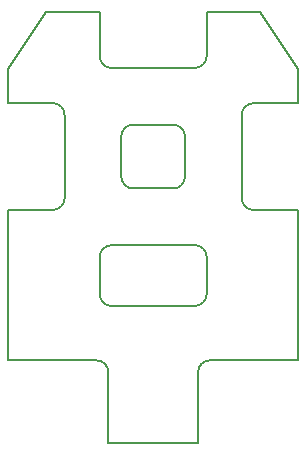
<source format=gbr>
%TF.GenerationSoftware,KiCad,Pcbnew,(6.0.7)*%
%TF.CreationDate,2022-08-28T13:45:58-07:00*%
%TF.ProjectId,cluster,636c7573-7465-4722-9e6b-696361645f70,rev?*%
%TF.SameCoordinates,Original*%
%TF.FileFunction,Profile,NP*%
%FSLAX46Y46*%
G04 Gerber Fmt 4.6, Leading zero omitted, Abs format (unit mm)*
G04 Created by KiCad (PCBNEW (6.0.7)) date 2022-08-28 13:45:58*
%MOMM*%
%LPD*%
G01*
G04 APERTURE LIST*
%TA.AperFunction,Profile*%
%ADD10C,0.200000*%
%TD*%
G04 APERTURE END LIST*
D10*
X153950000Y-71025000D02*
X150200000Y-71025000D01*
X150200000Y-71025000D02*
X150200000Y-68160134D01*
X153950000Y-80075000D02*
G75*
G03*
X154950000Y-79075000I0J1000000D01*
G01*
X154950000Y-79075000D02*
X154950000Y-72025000D01*
X154950000Y-72025000D02*
G75*
G03*
X153950000Y-71025000I-1000000J0D01*
G01*
X171486911Y-63300000D02*
X174700000Y-68160134D01*
X160750000Y-72850000D02*
G75*
G03*
X159750000Y-73850000I0J-1000000D01*
G01*
X167250000Y-92800000D02*
G75*
G03*
X166250000Y-93800000I0J-1000000D01*
G01*
X157925000Y-87200000D02*
G75*
G03*
X158925000Y-88200000I1000000J0D01*
G01*
X165975000Y-88200000D02*
X158925000Y-88200000D01*
X166975000Y-63300000D02*
X171486911Y-63300000D01*
X169950000Y-79075000D02*
G75*
G03*
X170950000Y-80075000I1000000J0D01*
G01*
X170950000Y-80075000D02*
X174700000Y-80075000D01*
X174700000Y-92800000D02*
X167250000Y-92800000D01*
X166975000Y-84050000D02*
G75*
G03*
X165975000Y-83050000I-1000000J0D01*
G01*
X174700000Y-80075000D02*
X174700000Y-92800000D01*
X166975000Y-84050000D02*
X166975000Y-87200000D01*
X169950000Y-72025000D02*
X169950000Y-79075000D01*
X158925000Y-68050000D02*
X165975000Y-68050000D01*
X165975000Y-68050000D02*
G75*
G03*
X166975000Y-67050000I0J1000000D01*
G01*
X166975000Y-67050000D02*
X166975000Y-63300000D01*
X153413088Y-63300000D02*
X157925000Y-63300000D01*
X157925000Y-63300000D02*
X157925000Y-67050000D01*
X157925000Y-67050000D02*
G75*
G03*
X158925000Y-68050000I1000000J0D01*
G01*
X164150000Y-78250000D02*
X160750000Y-78250000D01*
X174700000Y-68160134D02*
X174700000Y-71025000D01*
X157650000Y-92800000D02*
X150200000Y-92800000D01*
X150200000Y-92800000D02*
X150200000Y-80075000D01*
X150200000Y-80075000D02*
X153950000Y-80075000D01*
X160750000Y-72850000D02*
X164150000Y-72850000D01*
X165150000Y-73850000D02*
G75*
G03*
X164150000Y-72850000I-1000000J0D01*
G01*
X165150000Y-73850000D02*
X165150000Y-77250000D01*
X158650000Y-93800000D02*
G75*
G03*
X157650000Y-92800000I-1000000J0D01*
G01*
X158650000Y-99800000D02*
X158650000Y-93800000D01*
X170950000Y-71025000D02*
G75*
G03*
X169950000Y-72025000I0J-1000000D01*
G01*
X166250000Y-99800000D02*
X158650000Y-99800000D01*
X158925000Y-83050000D02*
X165975000Y-83050000D01*
X165975000Y-88200000D02*
G75*
G03*
X166975000Y-87200000I0J1000000D01*
G01*
X150200000Y-68160134D02*
X153413088Y-63300000D01*
X157925000Y-87200000D02*
X157925000Y-84050000D01*
X166250000Y-93800000D02*
X166250000Y-99800000D01*
X159750000Y-77250000D02*
G75*
G03*
X160750000Y-78250000I1000000J0D01*
G01*
X164150000Y-78250000D02*
G75*
G03*
X165150000Y-77250000I0J1000000D01*
G01*
X158925000Y-83050000D02*
G75*
G03*
X157925000Y-84050000I0J-1000000D01*
G01*
X174700000Y-71025000D02*
X170950000Y-71025000D01*
X159750000Y-77250000D02*
X159750000Y-73850000D01*
M02*

</source>
